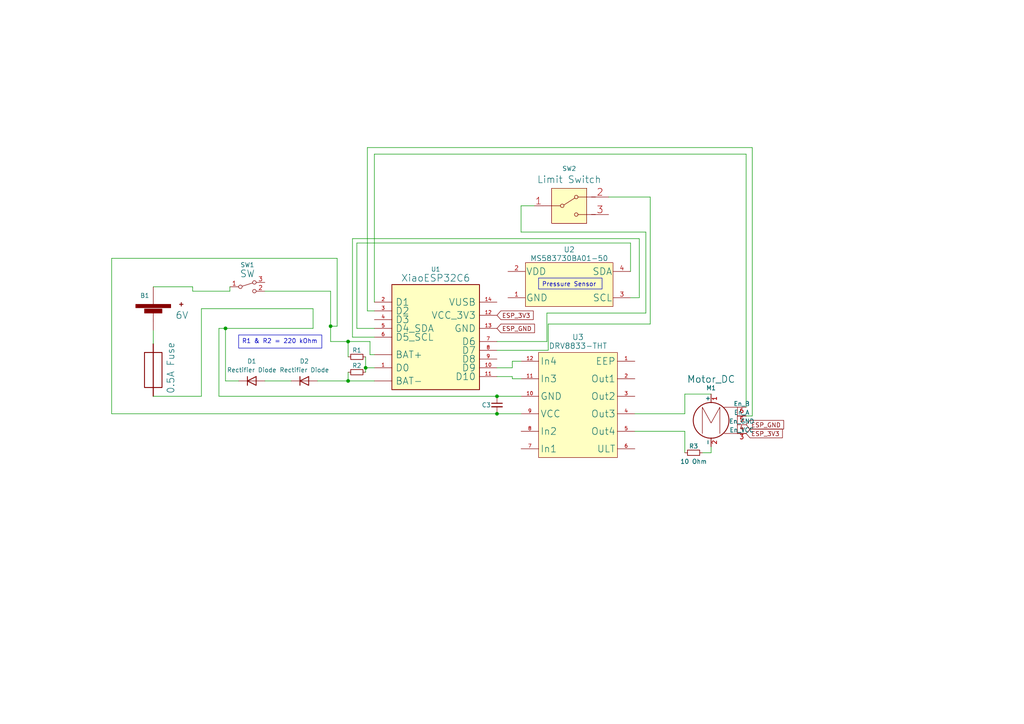
<source format=kicad_sch>
(kicad_sch (version 20231120) (generator "eeschema") (generator_version "8.0")
  (paper "A4")
  (lib_symbols
    (symbol "113991054_1" (pin_names (offset 1.016))
      (property "Reference" "U4" (at 0 19.685 0))
      (property "Value" "XiaoESP32C3" (at 0 17.145 0))
      (symbol "113991054_1_0_0"
        (rectangle (start -12.7 15.24) (end 12.7 -15.24) (stroke (width 0.254)) (fill (type background)))
      )
      (symbol "113991054_1_1_0"
        (pin power_in line (at -17.78 -5.08 0) (length 5.08) (name "BAT+") (number ""))
        (pin power_in line (at -17.78 -12.7 0) (length 5.08) (name "BAT-") (number ""))
        (pin bidirectional line (at -17.78 -8.89 0) (length 5.08) (name "D0") (number "1"))
        (pin bidirectional line (at 17.78 -8.89 180) (length 5.08) (name "D9") (number "10"))
        (pin bidirectional line (at 17.78 -11.43 180) (length 5.08) (name "D10") (number "11"))
        (pin power_in line (at 17.78 6.35 180) (length 5.08) (name "VCC_3V3") (number "12"))
        (pin power_in line (at 17.78 2.54 180) (length 5.08) (name "GND") (number "13"))
        (pin power_in line (at 17.78 10.16 180) (length 5.08) (name "VUSB") (number "14"))
        (pin bidirectional line (at -17.78 10.16 0) (length 5.08) (name "D1") (number "2"))
        (pin bidirectional line (at -17.78 7.62 0) (length 5.08) (name "D2") (number "3"))
        (pin bidirectional line (at -17.78 5.08 0) (length 5.08) (name "D3") (number "4"))
        (pin bidirectional line (at -17.78 2.54 0) (length 5.08) (name "D4_SDA") (number "5"))
        (pin bidirectional line (at -17.78 0 0) (length 5.08) (name "D5_SCL") (number "6"))
        (pin bidirectional line (at 17.78 -1.27 180) (length 5.08) (name "D6") (number "7"))
        (pin bidirectional line (at 17.78 -3.81 180) (length 5.08) (name "D7") (number "8"))
        (pin bidirectional line (at 17.78 -6.35 180) (length 5.08) (name "D8") (number "9"))
      )
    )
    (symbol "DRV8833:DRV8833-THT"
      (property "Reference" "DRV1" (at 0 12.7 0))
      (property "Value" "~" (at 0 0 0))
      (symbol "DRV8833-THT_1_0"
        (pin input line (at 16.51 7.62 180) (length 5.08) (name "EEP") (number "1"))
        (pin power_in line (at -16.51 -2.54 0) (length 5.08) (name "GND") (number "10"))
        (pin input line (at -16.51 2.54 0) (length 5.08) (name "In3") (number "11"))
        (pin input line (at -16.51 7.62 0) (length 5.08) (name "In4") (number "12"))
        (pin power_out line (at 16.51 2.54 180) (length 5.08) (name "Out1") (number "2"))
        (pin power_out line (at 16.51 -2.54 180) (length 5.08) (name "Out2") (number "3"))
        (pin power_out line (at 16.51 -7.62 180) (length 5.08) (name "Out3") (number "4"))
        (pin power_out line (at 16.51 -12.7 180) (length 5.08) (name "Out4") (number "5"))
        (pin output line (at 16.51 -17.78 180) (length 5.08) (name "ULT") (number "6"))
        (pin input line (at -16.51 -17.78 0) (length 5.08) (name "In1") (number "7"))
        (pin input line (at -16.51 -12.7 0) (length 5.08) (name "In2") (number "8"))
        (pin power_in line (at -16.51 -7.62 0) (length 5.08) (name "VCC") (number "9"))
      )
      (symbol "DRV8833-THT_1_1"
        (rectangle (start -11.43 10.16) (end 11.43 -20.32) (stroke (width 0.15)) (fill (type background)))
      )
    )
    (symbol "Device:Battery_Cell" (pin_numbers hide) (pin_names (offset 0) hide)
      (property "Reference" "BT?" (at 5.08 5.08 0))
      (property "Value" "3V" (at 3.81 0.127 0))
      (symbol "Battery_Cell_0_1"
        (rectangle (start -5.08 2.54) (end 5.08 1.524) (fill (type outline)))
        (rectangle (start -2.54 1.1938) (end 2.54 0) (fill (type outline)))
        (polyline (pts (xy 0 -1.778) (xy 0 -2.54)))
        (polyline (pts (xy 0 1.778) (xy 0 2.54)))
        (polyline (pts (xy 0 5.08) (xy 0 2.54)))
        (polyline (pts (xy 7.62 2.54) (xy 8.636 2.54)) (stroke (width 0.254)))
        (polyline (pts (xy 8.128 3.048) (xy 8.128 2.032)) (stroke (width 0.254)))
        (polyline (pts (xy 0 0) (xy 0 -2.54) (xy 0 0) (xy 0 -2.54)))
      )
      (symbol "Battery_Cell_1_1"
        (pin passive line (at 0 7.62 270) (length 2.54) (name "+") (number "1"))
        (pin passive line (at 0 -5.08 90) (length 2.54) (name "-") (number "2"))
      )
    )
    (symbol "Device:C_Small" (pin_numbers hide) (pin_names (offset 0.254) hide)
      (property "Reference" "C" (at 0.254 1.778 0))
      (property "Value" "C_Small" (at 0.254 -2.032 0))
      (symbol "C_Small_0_1"
        (polyline (pts (xy -1.524 -0.508) (xy 1.524 -0.508)) (stroke (width 0.3302)))
        (polyline (pts (xy -1.524 0.508) (xy 1.524 0.508)) (stroke (width 0.3048)))
      )
      (symbol "C_Small_1_1"
        (pin passive line (at 0 2.54 270) (length 2.032) (name "~") (number "1"))
        (pin passive line (at 0 -2.54 90) (length 2.032) (name "~") (number "2"))
      )
    )
    (symbol "Device:Fuse" (pin_numbers hide) (pin_names (offset 0))
      (property "Reference" "F?" (at -3.81 -0.635 0))
      (property "Value" "30 A Fuse" (at -3.81 1.905 0))
      (symbol "Fuse_0_1"
        (rectangle (start -2.54 5.08) (end 2.54 -5.08) (stroke (width 0.254)))
      )
      (symbol "Fuse_1_1"
        (polyline (pts (xy 0 7.62) (xy 0 -7.62)) (stroke (width 0.3)))
        (pin passive line (at 0 7.62 270) (length 1.27) (name "~") (number "1"))
        (pin passive line (at 0 -7.62 90) (length 1.27) (name "~") (number "2"))
      )
    )
    (symbol "Device:R_Small" (pin_numbers hide) (pin_names (offset 0.254) hide)
      (property "Reference" "R" (at 0.762 0.508 0))
      (property "Value" "R_Small" (at 0.762 -1.016 0))
      (symbol "R_Small_0_1"
        (rectangle (start -0.762 1.778) (end 0.762 -1.778) (stroke (width 0.2032)))
      )
      (symbol "R_Small_1_1"
        (pin passive line (at 0 2.54 270) (length 0.762) (name "~") (number "1"))
        (pin passive line (at 0 -2.54 90) (length 0.762) (name "~") (number "2"))
      )
    )
    (symbol "Diode:1N4001" (pin_numbers hide) (pin_names hide)
      (property "Reference" "D" (at 0 2.54 0))
      (property "Value" "1N4001" (at 0 -2.54 0))
      (symbol "1N4001_0_1"
        (polyline (pts (xy -1.27 1.27) (xy -1.27 -1.27)) (stroke (width 0.254)))
        (polyline (pts (xy 1.27 0) (xy -1.27 0)))
        (polyline (pts (xy 1.27 1.27) (xy 1.27 -1.27) (xy -1.27 0) (xy 1.27 1.27)) (stroke (width 0.254)))
      )
      (symbol "1N4001_1_1"
        (pin passive line (at -3.81 0 0) (length 2.54) (name "K") (number "1"))
        (pin passive line (at 3.81 0 180) (length 2.54) (name "A") (number "2"))
      )
    )
    (symbol "Motor:Motor_DC" (pin_names (offset 0))
      (property "Reference" "M1" (at -10.16 -1.27 90))
      (property "Value" "Motor_DC" (at -7.62 -1.27 90))
      (symbol "Motor_DC_0_0"
        (polyline (pts (xy -2.54 -3.81) (xy -2.54 3.81) (xy 0 -0.762) (xy 2.54 3.81) (xy 2.54 -3.81)))
      )
      (symbol "Motor_DC_0_1"
        (polyline (pts (xy 3.81 -3.81) (xy 7.62 -3.81) (xy 7.62 3.81) (xy 3.81 3.81)))
        (circle (center 0 0) (radius 5.1806) (stroke (width 0.254)))
      )
      (symbol "Motor_DC_1_1"
        (pin passive line (at 0 7.62 270) (length 2.54) (name "+") (number "1"))
        (pin passive line (at 0 -7.62 90) (length 2.54) (name "-") (number "2"))
        (pin passive line (at 10.16 -3.81 180) (length 2.54) (name "En_VCC") (number "3"))
        (pin passive line (at 10.16 -1.27 180) (length 2.54) (name "En_GND") (number "4"))
        (pin passive line (at 10.16 1.27 180) (length 2.54) (name "En_A") (number "5"))
        (pin passive line (at 10.16 3.81 180) (length 2.54) (name "En_B") (number "6"))
      )
    )
    (symbol "PressureSensor:MS583730BA01-50" (pin_names (offset 0.254))
      (property "Reference" "U2" (at 20.32 8.89 0))
      (property "Value" "MS583730BA01-50" (at 20.32 6.35 0))
      (symbol "MS583730BA01-50_1_1"
        (rectangle (start 7.62 5.08) (end 33.02 -7.62) (fill (type background)))
        (pin power_in line (at 2.54 -5.08 0) (length 5) (name "GND") (number "1"))
        (pin power_in line (at 2.54 2.54 0) (length 5) (name "VDD") (number "2"))
        (pin unspecified line (at 38.1 -5.08 180) (length 5) (name "SCL") (number "3"))
        (pin unspecified line (at 38.1 2.54 180) (length 5) (name "SDA") (number "4"))
      )
    )
    (symbol "Switch:SW_SPDT" (pin_names (offset 0) hide)
      (property "Reference" "SW2" (at 0 10.795 0))
      (property "Value" "Limit Switch" (at 0 7.62 0))
      (symbol "SW_SPDT_0_0"
        (circle (center -2.032 0) (radius 0.508))
        (circle (center 2.032 -2.54) (radius 0.508))
      )
      (symbol "SW_SPDT_0_1"
        (rectangle (start -5.08 5.08) (end -5.08 -5.08))
        (polyline (pts (xy -7.62 0) (xy -5.08 0)))
        (polyline (pts (xy -5.08 -5.08) (xy 5.08 -5.08)))
        (polyline (pts (xy -5.08 0) (xy -5.08 0)))
        (polyline (pts (xy -2.54 0) (xy -5.08 0)))
        (polyline (pts (xy -1.524 0.254) (xy 1.651 2.286)))
        (polyline (pts (xy 5.08 -2.54) (xy 2.54 -2.54)))
        (polyline (pts (xy 5.08 2.54) (xy 2.54 2.54)))
        (polyline (pts (xy 7.62 -2.54) (xy 5.08 -2.54)))
        (polyline (pts (xy 7.62 2.54) (xy 5.08 2.54)))
        (circle (center 2.032 2.54) (radius 0.508))
        (rectangle (start 5.08 5.08) (end 5.08 -5.08))
      )
      (symbol "SW_SPDT_1_0"
        (pin passive line (at 11.43 2.54 180) (length 5) (name "NC") (number "2"))
        (pin passive line (at 11.43 -2.54 180) (length 5) (name "NO") (number "3"))
      )
      (symbol "SW_SPDT_1_1"
        (rectangle (start -5.08 5.08) (end 5.08 -5.08) (fill (type background)))
        (pin passive line (at -10.16 0 0) (length 2.54) (name "COM") (number "1"))
      )
    )
    (symbol "Switch:SW_SPST" (pin_names (offset 0) hide)
      (property "Value" "SW" (at 0 5.08 0))
      (symbol "SW_SPST_0_0"
        (circle (center -2.032 1.27) (radius 0.508))
        (polyline (pts (xy -1.4986 1.4478) (xy 1.4986 2.3876)))
        (circle (center 2.032 0) (radius 0.508))
        (circle (center 2.032 2.54) (radius 0.508))
      )
      (symbol "SW_SPST_1_1"
        (pin passive line (at -5.08 1.27 0) (length 2.54) (name "A") (number "1"))
        (pin passive line (at 5.08 0 180) (length 2.54) (name "B") (number "2"))
        (pin passive line (at 5.08 2.54 180) (length 2.54) (name "C") (number "3"))
      )
    )
  )
  (junction (at 100.965 99.06))
  (junction (at 95.885 94.615))
  (junction (at 106.045 106.68))
  (junction (at 144.145 114.935))
  (junction (at 65.405 95.25))
  (junction (at 144.145 120.015))
  (junction (at 100.965 110.49))
  (wire (pts (xy 144.145 114.935) (xy 63.5 114.935)))
  (wire (pts (xy 95.885 94.615) (xy 97.79 94.615)))
  (wire (pts (xy 218.186 42.799) (xy 106.553 42.799)))
  (wire (pts (xy 144.145 114.935) (xy 151.13 114.935)))
  (wire (pts (xy 95.885 84.455) (xy 95.885 94.615)))
  (wire (pts (xy 66.675 83.185) (xy 66.675 84.455)))
  (wire (pts (xy 63.5 95.25) (xy 65.405 95.25)))
  (wire (pts (xy 103.505 70.485) (xy 103.505 95.25)))
  (wire (pts (xy 148.59 104.775) (xy 148.59 106.68)))
  (wire (pts (xy 106.045 106.68) (xy 106.045 103.505)))
  (wire (pts (xy 32.385 120.015) (xy 32.385 74.93)))
  (wire (pts (xy 151.13 120.015) (xy 144.145 120.015)))
  (wire (pts (xy 184.15 125.095) (xy 198.628 125.095)))
  (wire (pts (xy 69.215 110.49) (xy 65.405 110.49)))
  (wire (pts (xy 216.408 44.704) (xy 216.408 118.11)))
  (wire (pts (xy 84.455 110.49) (xy 76.835 110.49)))
  (wire (pts (xy 44.45 95.885) (xy 44.45 99.695)))
  (wire (pts (xy 103.505 95.25) (xy 108.585 95.25)))
  (wire (pts (xy 154.94 59.69) (xy 151.13 59.69)))
  (wire (pts (xy 102.235 97.79) (xy 108.585 97.79)))
  (wire (pts (xy 58.42 89.535) (xy 90.805 89.535)))
  (wire (pts (xy 108.585 87.63) (xy 108.585 44.704)))
  (wire (pts (xy 106.045 106.68) (xy 108.585 106.68)))
  (wire (pts (xy 65.405 95.25) (xy 90.805 95.25)))
  (wire (pts (xy 184.15 120.015) (xy 198.628 120.015)))
  (wire (pts (xy 100.965 99.06) (xy 100.965 103.505)))
  (wire (pts (xy 90.805 89.535) (xy 90.805 95.25)))
  (wire (pts (xy 95.885 99.06) (xy 100.965 99.06)))
  (wire (pts (xy 188.595 57.15) (xy 188.595 93.98)))
  (wire (pts (xy 76.835 84.455) (xy 95.885 84.455)))
  (wire (pts (xy 103.505 70.485) (xy 182.88 70.485)))
  (wire (pts (xy 198.628 114.3) (xy 206.248 114.3)))
  (wire (pts (xy 159.004 101.6) (xy 159.004 93.98)))
  (wire (pts (xy 151.13 67.31) (xy 187.325 67.31)))
  (wire (pts (xy 106.553 90.17) (xy 108.585 90.17)))
  (wire (pts (xy 97.79 94.615) (xy 97.79 74.93)))
  (wire (pts (xy 102.235 69.215) (xy 102.235 97.79)))
  (wire (pts (xy 107.315 99.06) (xy 107.315 102.87)))
  (wire (pts (xy 106.045 106.68) (xy 106.045 107.95)))
  (wire (pts (xy 63.5 114.935) (xy 63.5 95.25)))
  (wire (pts (xy 32.385 74.93) (xy 97.79 74.93)))
  (wire (pts (xy 65.405 110.49) (xy 65.405 95.25)))
  (wire (pts (xy 107.315 102.87) (xy 108.585 102.87)))
  (wire (pts (xy 102.235 69.215) (xy 185.42 69.215)))
  (wire (pts (xy 44.45 83.185) (xy 55.88 83.185)))
  (wire (pts (xy 198.628 120.015) (xy 198.628 114.3)))
  (wire (pts (xy 187.325 90.805) (xy 158.623 90.805)))
  (wire (pts (xy 100.965 107.95) (xy 100.965 110.49)))
  (wire (pts (xy 158.623 99.06) (xy 144.145 99.06)))
  (wire (pts (xy 55.88 84.455) (xy 66.675 84.455)))
  (wire (pts (xy 58.42 89.535) (xy 58.42 114.935)))
  (wire (pts (xy 100.965 99.06) (xy 107.315 99.06)))
  (wire (pts (xy 148.59 109.855) (xy 151.13 109.855)))
  (wire (pts (xy 95.885 94.615) (xy 95.885 99.06)))
  (wire (pts (xy 100.965 110.49) (xy 108.585 110.49)))
  (wire (pts (xy 185.42 69.215) (xy 185.42 86.36)))
  (wire (pts (xy 187.325 67.31) (xy 187.325 90.805)))
  (wire (pts (xy 198.628 125.095) (xy 198.628 131.318)))
  (wire (pts (xy 216.408 120.65) (xy 218.186 120.65)))
  (wire (pts (xy 144.145 120.015) (xy 32.385 120.015)))
  (wire (pts (xy 158.623 90.805) (xy 158.623 99.06)))
  (wire (pts (xy 148.59 104.775) (xy 151.13 104.775)))
  (wire (pts (xy 159.004 93.98) (xy 188.595 93.98)))
  (wire (pts (xy 106.553 42.799) (xy 106.553 90.17)))
  (wire (pts (xy 218.186 120.65) (xy 218.186 42.799)))
  (wire (pts (xy 148.59 109.22) (xy 148.59 109.855)))
  (wire (pts (xy 206.248 131.318) (xy 206.248 129.54)))
  (wire (pts (xy 182.88 70.485) (xy 182.88 78.74)))
  (wire (pts (xy 185.42 86.36) (xy 182.88 86.36)))
  (wire (pts (xy 176.53 57.15) (xy 188.595 57.15)))
  (wire (pts (xy 44.45 114.935) (xy 58.42 114.935)))
  (wire (pts (xy 203.708 131.318) (xy 206.248 131.318)))
  (wire (pts (xy 151.13 59.69) (xy 151.13 67.31)))
  (wire (pts (xy 55.88 83.185) (xy 55.88 84.455)))
  (wire (pts (xy 144.145 106.68) (xy 148.59 106.68)))
  (wire (pts (xy 92.075 110.49) (xy 100.965 110.49)))
  (wire (pts (xy 108.585 44.704) (xy 216.408 44.704)))
  (wire (pts (xy 144.145 109.22) (xy 148.59 109.22)))
  (wire (pts (xy 144.145 101.6) (xy 159.004 101.6)))
  (text_box "Pressure Sensor" (at 156.21 80.645 0) (size 18.415 3.175) (effects (font (size 1.27 1.27)) (justify left top)))
  (text_box "R1 & R2 = 220 kOhm" (at 69.215 97.155 0) (size 24.13 3.81) (effects (font (size 1.27 1.27)) (justify left top)))
  (global_label "ESP_GND" (shape input) (at 144.145 95.25 0) (property "Intersheetrefs" "${INTERSHEET_REFS}" (effects (hide yes))))
  (global_label "ESP_3V3" (shape input) (at 216.408 125.73 0) (property "Intersheetrefs" "${INTERSHEET_REFS}" (effects (hide yes))))
  (global_label "ESP_3V3" (shape input) (at 144.145 91.44 0) (property "Intersheetrefs" "${INTERSHEET_REFS}" (effects (hide yes))))
  (global_label "ESP_GND" (shape input) (at 216.408 123.19 0) (property "Intersheetrefs" "${INTERSHEET_REFS}" (effects (hide yes))))
  (symbol (lib_name "113991054_1") (lib_id "113991054:113991054") (at 126.365 97.79 0) (unit 1)
    (property "Reference" "U1" (at 126.365 78.105 0))
    (property "Value" "XiaoESP32C6" (at 126.365 80.645 0) (effects (font (size 2 2))))
    (property "Footprint" "NanoBoardFootprints:XIAO-ESP32C6-DIP" (effects (hide yes)))
  )
  (symbol (lib_id "Device:Battery_Cell") (at 44.45 90.805 0) (unit 1)
    (property "Reference" "B1" (at 40.64 85.725 0) (effects (justify left)))
    (property "Value" "6V" (at 50.8 91.44 0) (effects (font (size 2 2)) (justify left)))
    (property "Footprint" "Connector_PinHeader_2.54mm:PinHeader_1x02_P2.54mm_Vertical" (effects (hide yes)))
  )
  (symbol (lib_id "Device:R_Small") (at 201.168 131.318 90) (unit 1)
    (property "Reference" "R3" (at 201.168 129.413 90))
    (property "Value" "10 Ohm" (at 201.168 133.858 90))
    (property "Footprint" "Resistor_THT:R_Axial_DIN0207_L6.3mm_D2.5mm_P7.62mm_Horizontal" (effects (hide yes)))
  )
  (symbol (lib_id "Device:R_Small") (at 103.505 107.95 90) (unit 1)
    (property "Reference" "R2" (at 103.505 106.045 90))
    (property "Value" "220kOhm" (effects (hide yes)))
    (property "Footprint" "Resistor_THT:R_Axial_DIN0207_L6.3mm_D2.5mm_P7.62mm_Horizontal" (effects (hide yes)))
  )
  (symbol (lib_id "Switch:SW_SPST") (at 71.755 84.455 0) (unit 1)
    (property "Reference" "SW1" (at 71.755 76.835 0))
    (property "Value" "SW" (at 71.755 79.375 0) (effects (font (size 2 2))))
    (property "Footprint" "NanoBoardFootprints:Slide-Switch-EG1224" (effects (hide yes)))
  )
  (symbol (lib_id "PressureSensor:MS583730BA01-50") (at 144.78 81.28 0) (unit 1)
    (property "Reference" "U2" (at 165.1 72.39 0) (effects (font (size 1.524 1.524))))
    (property "Value" "MS583730BA01-50" (at 165.1 74.93 0) (effects (font (size 1.524 1.524))))
    (property "Footprint" "Connector_PinHeader_2.54mm:PinHeader_2x02_P2.54mm_Vertical" (effects (hide yes)))
  )
  (symbol (lib_id "Switch:SW_SPDT") (at 165.1 59.69 0) (unit 1)
    (property "Reference" "SW2" (at 165.1 48.895 0))
    (property "Value" "Limit Switch" (at 165.1 52.07 0) (effects (font (size 2 2))))
    (property "Footprint" "Connector_PinHeader_2.54mm:PinHeader_1x02_P2.54mm_Vertical" (effects (hide yes)))
  )
  (symbol (lib_id "Diode:1N4001") (at 73.025 110.49 0) (unit 1)
    (property "Reference" "D1" (at 73.025 104.775 0))
    (property "Value" "Rectifier Diode" (at 73.025 107.315 0))
    (property "Footprint" "Diode_THT:D_DO-41_SOD81_P10.16mm_Horizontal" (effects (hide yes)))
    (property "Datasheet" "http://www.vishay.com/docs/88503/1n4001.pdf" (effects (hide yes)))
    (property "Sim.Device" "D" (effects (hide yes)))
    (property "Sim.Pins" "1=K 2=A" (effects (hide yes)))
  )
  (symbol (lib_id "Device:Fuse") (at 44.45 107.315 180) (unit 1)
    (property "Reference" "F1" (effects (hide yes)))
    (property "Value" "0.5A Fuse" (at 49.53 114.3 90) (effects (font (size 2 2)) (justify right)))
    (property "Footprint" "NanoBoardFootprints:Fuse-Holder-01110501Z" (effects (hide yes)))
  )
  (symbol (lib_id "Diode:1N4001") (at 88.265 110.49 0) (unit 1)
    (property "Reference" "D2" (at 88.265 104.775 0))
    (property "Value" "Rectifier Diode" (at 88.265 107.315 0))
    (property "Footprint" "Diode_THT:D_DO-41_SOD81_P10.16mm_Horizontal" (effects (hide yes)))
    (property "Datasheet" "http://www.vishay.com/docs/88503/1n4001.pdf" (effects (hide yes)))
    (property "Sim.Device" "D" (effects (hide yes)))
    (property "Sim.Pins" "1=K 2=A" (effects (hide yes)))
  )
  (symbol (lib_id "Device:C_Small") (at 144.145 117.475 0) (unit 1)
    (property "Reference" "C3" (at 139.7 117.475 0) (effects (justify left)))
    (property "Value" "C_Small" (effects (hide yes)))
    (property "Footprint" "Capacitor_SMD:C_1812_4532Metric_Pad1.57x3.40mm_HandSolder" (effects (hide yes)))
  )
  (symbol (lib_id "DRV8833:DRV8833-THT") (at 167.64 112.395 0) (unit 1)
    (property "Reference" "U3" (at 167.64 97.79 0) (effects (font (size 1.6 1.6))))
    (property "Value" "DRV8833-THT" (at 167.64 100.33 0) (effects (font (size 1.6 1.6))))
    (property "Footprint" "NanoBoardFootprints:DRV8833-THT" (effects (hide yes)))
  )
  (symbol (lib_id "Device:R_Small") (at 103.505 103.505 90) (unit 1)
    (property "Reference" "R1" (at 103.505 101.6 90))
    (property "Value" "220kOhm" (effects (hide yes)))
    (property "Footprint" "Resistor_THT:R_Axial_DIN0207_L6.3mm_D2.5mm_P7.62mm_Horizontal" (effects (hide yes)))
  )
  (symbol (lib_id "Motor:Motor_DC") (at 206.248 121.92 0) (unit 1)
    (property "Reference" "M1" (at 206.248 112.522 0))
    (property "Value" "Motor_DC" (at 206.248 109.982 0) (effects (font (size 2 2))))
    (property "Footprint" "Connector_PinHeader_2.54mm:PinHeader_1x02_P2.54mm_Vertical" (effects (hide yes)))
  )
)
</source>
